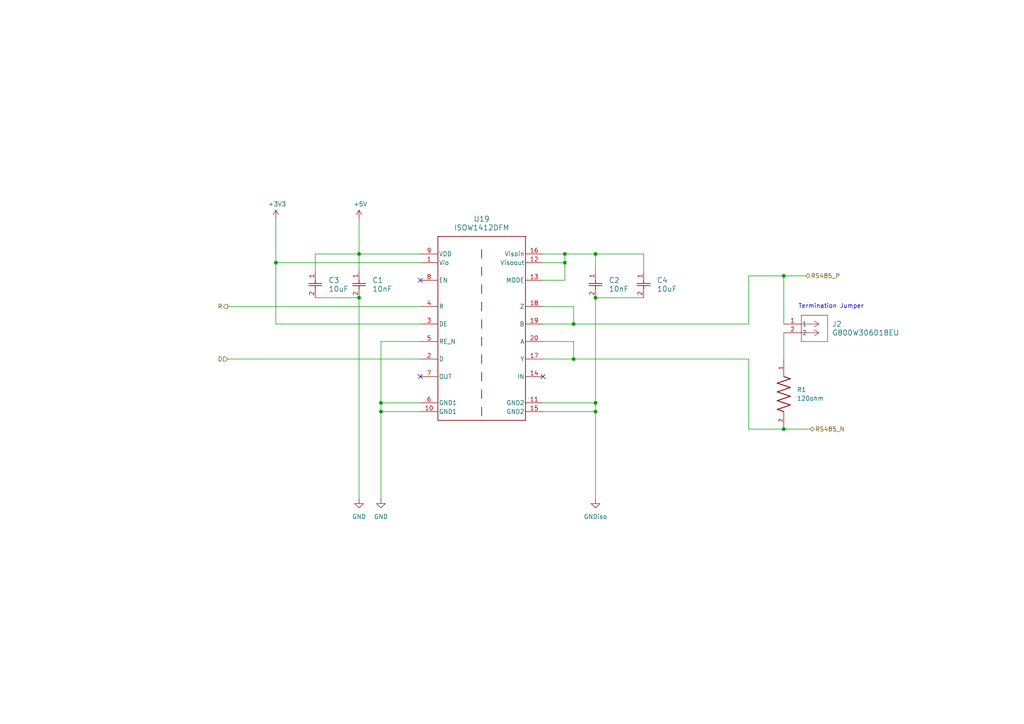
<source format=kicad_sch>
(kicad_sch
	(version 20231120)
	(generator "eeschema")
	(generator_version "8.0")
	(uuid "00fa7251-4b33-40c4-8f66-99539e7c96a2")
	(paper "A4")
	(lib_symbols
		(symbol "2024-08-22_04-22-29:ISOW1412DFM"
			(pin_names
				(offset 0.254)
			)
			(exclude_from_sim no)
			(in_bom yes)
			(on_board yes)
			(property "Reference" "U"
				(at 0 2.54 0)
				(effects
					(font
						(size 1.524 1.524)
					)
				)
			)
			(property "Value" "ISOW1412DFM"
				(at 0 0 0)
				(effects
					(font
						(size 1.524 1.524)
					)
				)
			)
			(property "Footprint" "DFM0020A-IPC_A"
				(at 0 0 0)
				(effects
					(font
						(size 1.27 1.27)
						(italic yes)
					)
					(hide yes)
				)
			)
			(property "Datasheet" "ISOW1412DFM"
				(at 0 0 0)
				(effects
					(font
						(size 1.27 1.27)
						(italic yes)
					)
					(hide yes)
				)
			)
			(property "Description" ""
				(at 0 0 0)
				(effects
					(font
						(size 1.27 1.27)
					)
					(hide yes)
				)
			)
			(property "ki_locked" ""
				(at 0 0 0)
				(effects
					(font
						(size 1.27 1.27)
					)
				)
			)
			(property "ki_keywords" "ISOW1412DFM"
				(at 0 0 0)
				(effects
					(font
						(size 1.27 1.27)
					)
					(hide yes)
				)
			)
			(property "ki_fp_filters" "DFM0020A-IPC_A DFM0020A-IPC_B DFM0020A-IPC_C DFM0020A-MFG"
				(at 0 0 0)
				(effects
					(font
						(size 1.27 1.27)
					)
					(hide yes)
				)
			)
			(symbol "ISOW1412DFM_0_1"
				(polyline
					(pts
						(xy 5.08 -48.26) (xy 30.48 -48.26)
					)
					(stroke
						(width 0.2032)
						(type default)
					)
					(fill
						(type none)
					)
				)
				(polyline
					(pts
						(xy 5.08 5.08) (xy 5.08 -48.26)
					)
					(stroke
						(width 0.2032)
						(type default)
					)
					(fill
						(type none)
					)
				)
				(polyline
					(pts
						(xy 17.78 -44.45) (xy 17.78 -46.99)
					)
					(stroke
						(width 0.2032)
						(type default)
					)
					(fill
						(type none)
					)
				)
				(polyline
					(pts
						(xy 17.78 -39.37) (xy 17.78 -41.91)
					)
					(stroke
						(width 0.2032)
						(type default)
					)
					(fill
						(type none)
					)
				)
				(polyline
					(pts
						(xy 17.78 -36.83) (xy 17.78 -34.29)
					)
					(stroke
						(width 0.2032)
						(type default)
					)
					(fill
						(type none)
					)
				)
				(polyline
					(pts
						(xy 17.78 -29.21) (xy 17.78 -31.75)
					)
					(stroke
						(width 0.2032)
						(type default)
					)
					(fill
						(type none)
					)
				)
				(polyline
					(pts
						(xy 17.78 -24.13) (xy 17.78 -26.67)
					)
					(stroke
						(width 0.2032)
						(type default)
					)
					(fill
						(type none)
					)
				)
				(polyline
					(pts
						(xy 17.78 -19.05) (xy 17.78 -21.59)
					)
					(stroke
						(width 0.2032)
						(type default)
					)
					(fill
						(type none)
					)
				)
				(polyline
					(pts
						(xy 17.78 -13.97) (xy 17.78 -16.51)
					)
					(stroke
						(width 0.2032)
						(type default)
					)
					(fill
						(type none)
					)
				)
				(polyline
					(pts
						(xy 17.78 -8.89) (xy 17.78 -11.43)
					)
					(stroke
						(width 0.2032)
						(type default)
					)
					(fill
						(type none)
					)
				)
				(polyline
					(pts
						(xy 17.78 -3.81) (xy 17.78 -6.35)
					)
					(stroke
						(width 0.2032)
						(type default)
					)
					(fill
						(type none)
					)
				)
				(polyline
					(pts
						(xy 17.78 1.27) (xy 17.78 -1.27)
					)
					(stroke
						(width 0.2032)
						(type default)
					)
					(fill
						(type none)
					)
				)
				(polyline
					(pts
						(xy 30.48 -48.26) (xy 30.48 5.08)
					)
					(stroke
						(width 0.2032)
						(type default)
					)
					(fill
						(type none)
					)
				)
				(polyline
					(pts
						(xy 30.48 5.08) (xy 5.08 5.08)
					)
					(stroke
						(width 0.2032)
						(type default)
					)
					(fill
						(type none)
					)
				)
				(pin power_in line
					(at 0 -2.54 0)
					(length 5.08)
					(name "Vio"
						(effects
							(font
								(size 1.27 1.27)
							)
						)
					)
					(number "1"
						(effects
							(font
								(size 1.27 1.27)
							)
						)
					)
				)
				(pin power_in line
					(at 0 -45.72 0)
					(length 5.08)
					(name "GND1"
						(effects
							(font
								(size 1.27 1.27)
							)
						)
					)
					(number "10"
						(effects
							(font
								(size 1.27 1.27)
							)
						)
					)
				)
				(pin power_in line
					(at 35.56 -43.18 180)
					(length 5.08)
					(name "GND2"
						(effects
							(font
								(size 1.27 1.27)
							)
						)
					)
					(number "11"
						(effects
							(font
								(size 1.27 1.27)
							)
						)
					)
				)
				(pin power_in line
					(at 35.56 -2.54 180)
					(length 5.08)
					(name "Visoout"
						(effects
							(font
								(size 1.27 1.27)
							)
						)
					)
					(number "12"
						(effects
							(font
								(size 1.27 1.27)
							)
						)
					)
				)
				(pin input line
					(at 35.56 -7.62 180)
					(length 5.08)
					(name "MODE"
						(effects
							(font
								(size 1.27 1.27)
							)
						)
					)
					(number "13"
						(effects
							(font
								(size 1.27 1.27)
							)
						)
					)
				)
				(pin input line
					(at 35.56 -35.56 180)
					(length 5.08)
					(name "IN"
						(effects
							(font
								(size 1.27 1.27)
							)
						)
					)
					(number "14"
						(effects
							(font
								(size 1.27 1.27)
							)
						)
					)
				)
				(pin power_in line
					(at 35.56 -45.72 180)
					(length 5.08)
					(name "GND2"
						(effects
							(font
								(size 1.27 1.27)
							)
						)
					)
					(number "15"
						(effects
							(font
								(size 1.27 1.27)
							)
						)
					)
				)
				(pin power_in line
					(at 35.56 0 180)
					(length 5.08)
					(name "Visoin"
						(effects
							(font
								(size 1.27 1.27)
							)
						)
					)
					(number "16"
						(effects
							(font
								(size 1.27 1.27)
							)
						)
					)
				)
				(pin output line
					(at 35.56 -30.48 180)
					(length 5.08)
					(name "Y"
						(effects
							(font
								(size 1.27 1.27)
							)
						)
					)
					(number "17"
						(effects
							(font
								(size 1.27 1.27)
							)
						)
					)
				)
				(pin output line
					(at 35.56 -15.24 180)
					(length 5.08)
					(name "Z"
						(effects
							(font
								(size 1.27 1.27)
							)
						)
					)
					(number "18"
						(effects
							(font
								(size 1.27 1.27)
							)
						)
					)
				)
				(pin input line
					(at 35.56 -20.32 180)
					(length 5.08)
					(name "B"
						(effects
							(font
								(size 1.27 1.27)
							)
						)
					)
					(number "19"
						(effects
							(font
								(size 1.27 1.27)
							)
						)
					)
				)
				(pin input line
					(at 0 -30.48 0)
					(length 5.08)
					(name "D"
						(effects
							(font
								(size 1.27 1.27)
							)
						)
					)
					(number "2"
						(effects
							(font
								(size 1.27 1.27)
							)
						)
					)
				)
				(pin input line
					(at 35.56 -25.4 180)
					(length 5.08)
					(name "A"
						(effects
							(font
								(size 1.27 1.27)
							)
						)
					)
					(number "20"
						(effects
							(font
								(size 1.27 1.27)
							)
						)
					)
				)
				(pin input line
					(at 0 -20.32 0)
					(length 5.08)
					(name "DE"
						(effects
							(font
								(size 1.27 1.27)
							)
						)
					)
					(number "3"
						(effects
							(font
								(size 1.27 1.27)
							)
						)
					)
				)
				(pin output line
					(at 0 -15.24 0)
					(length 5.08)
					(name "R"
						(effects
							(font
								(size 1.27 1.27)
							)
						)
					)
					(number "4"
						(effects
							(font
								(size 1.27 1.27)
							)
						)
					)
				)
				(pin input line
					(at 0 -25.4 0)
					(length 5.08)
					(name "RE_N"
						(effects
							(font
								(size 1.27 1.27)
							)
						)
					)
					(number "5"
						(effects
							(font
								(size 1.27 1.27)
							)
						)
					)
				)
				(pin power_in line
					(at 0 -43.18 0)
					(length 5.08)
					(name "GND1"
						(effects
							(font
								(size 1.27 1.27)
							)
						)
					)
					(number "6"
						(effects
							(font
								(size 1.27 1.27)
							)
						)
					)
				)
				(pin output line
					(at 0 -35.56 0)
					(length 5.08)
					(name "OUT"
						(effects
							(font
								(size 1.27 1.27)
							)
						)
					)
					(number "7"
						(effects
							(font
								(size 1.27 1.27)
							)
						)
					)
				)
				(pin input line
					(at 0 -7.62 0)
					(length 5.08)
					(name "EN"
						(effects
							(font
								(size 1.27 1.27)
							)
						)
					)
					(number "8"
						(effects
							(font
								(size 1.27 1.27)
							)
						)
					)
				)
				(pin power_in line
					(at 0 0 0)
					(length 5.08)
					(name "VDD"
						(effects
							(font
								(size 1.27 1.27)
							)
						)
					)
					(number "9"
						(effects
							(font
								(size 1.27 1.27)
							)
						)
					)
				)
			)
		)
		(symbol "2024-08-22_05-01-27:C0402C103K3REC7411"
			(pin_names
				(offset 0.254)
			)
			(exclude_from_sim no)
			(in_bom yes)
			(on_board yes)
			(property "Reference" "C"
				(at 3.81 3.81 0)
				(effects
					(font
						(size 1.524 1.524)
					)
				)
			)
			(property "Value" "C0402C103K3REC7411"
				(at 3.81 -3.81 0)
				(effects
					(font
						(size 1.524 1.524)
					)
				)
			)
			(property "Footprint" "CAPC10555_55N_KEM"
				(at 0 0 0)
				(effects
					(font
						(size 1.27 1.27)
						(italic yes)
					)
					(hide yes)
				)
			)
			(property "Datasheet" "C0402C103K3REC7411"
				(at 0 0 0)
				(effects
					(font
						(size 1.27 1.27)
						(italic yes)
					)
					(hide yes)
				)
			)
			(property "Description" ""
				(at 0 0 0)
				(effects
					(font
						(size 1.27 1.27)
					)
					(hide yes)
				)
			)
			(property "ki_locked" ""
				(at 0 0 0)
				(effects
					(font
						(size 1.27 1.27)
					)
				)
			)
			(property "ki_keywords" "C0402C103K3REC7411"
				(at 0 0 0)
				(effects
					(font
						(size 1.27 1.27)
					)
					(hide yes)
				)
			)
			(property "ki_fp_filters" "CAPC10555_55N_KEM CAPC10555_55N_KEM-M CAPC10555_55N_KEM-L"
				(at 0 0 0)
				(effects
					(font
						(size 1.27 1.27)
					)
					(hide yes)
				)
			)
			(symbol "C0402C103K3REC7411_1_1"
				(polyline
					(pts
						(xy 2.54 0) (xy 3.4798 0)
					)
					(stroke
						(width 0.2032)
						(type default)
					)
					(fill
						(type none)
					)
				)
				(polyline
					(pts
						(xy 3.4798 -1.905) (xy 3.4798 1.905)
					)
					(stroke
						(width 0.2032)
						(type default)
					)
					(fill
						(type none)
					)
				)
				(polyline
					(pts
						(xy 4.1148 -1.905) (xy 4.1148 1.905)
					)
					(stroke
						(width 0.2032)
						(type default)
					)
					(fill
						(type none)
					)
				)
				(polyline
					(pts
						(xy 4.1148 0) (xy 5.08 0)
					)
					(stroke
						(width 0.2032)
						(type default)
					)
					(fill
						(type none)
					)
				)
				(pin unspecified line
					(at 0 0 0)
					(length 2.54)
					(name ""
						(effects
							(font
								(size 1.27 1.27)
							)
						)
					)
					(number "1"
						(effects
							(font
								(size 1.27 1.27)
							)
						)
					)
				)
				(pin unspecified line
					(at 7.62 0 180)
					(length 2.54)
					(name ""
						(effects
							(font
								(size 1.27 1.27)
							)
						)
					)
					(number "2"
						(effects
							(font
								(size 1.27 1.27)
							)
						)
					)
				)
			)
			(symbol "C0402C103K3REC7411_1_2"
				(polyline
					(pts
						(xy -1.905 -4.1148) (xy 1.905 -4.1148)
					)
					(stroke
						(width 0.2032)
						(type default)
					)
					(fill
						(type none)
					)
				)
				(polyline
					(pts
						(xy -1.905 -3.4798) (xy 1.905 -3.4798)
					)
					(stroke
						(width 0.2032)
						(type default)
					)
					(fill
						(type none)
					)
				)
				(polyline
					(pts
						(xy 0 -4.1148) (xy 0 -5.08)
					)
					(stroke
						(width 0.2032)
						(type default)
					)
					(fill
						(type none)
					)
				)
				(polyline
					(pts
						(xy 0 -2.54) (xy 0 -3.4798)
					)
					(stroke
						(width 0.2032)
						(type default)
					)
					(fill
						(type none)
					)
				)
				(pin unspecified line
					(at 0 0 270)
					(length 2.54)
					(name ""
						(effects
							(font
								(size 1.27 1.27)
							)
						)
					)
					(number "1"
						(effects
							(font
								(size 1.27 1.27)
							)
						)
					)
				)
				(pin unspecified line
					(at 0 -7.62 90)
					(length 2.54)
					(name ""
						(effects
							(font
								(size 1.27 1.27)
							)
						)
					)
					(number "2"
						(effects
							(font
								(size 1.27 1.27)
							)
						)
					)
				)
			)
		)
		(symbol "2024-08-22_05-16-03:GRM155R61A106ME11D"
			(pin_names
				(offset 0.254)
			)
			(exclude_from_sim no)
			(in_bom yes)
			(on_board yes)
			(property "Reference" "C"
				(at 3.81 3.81 0)
				(effects
					(font
						(size 1.524 1.524)
					)
				)
			)
			(property "Value" "GRM155R61A106ME11D"
				(at 3.81 -3.81 0)
				(effects
					(font
						(size 1.524 1.524)
					)
				)
			)
			(property "Footprint" "CAP_GRM155R61A106ME11_MUR"
				(at 0 0 0)
				(effects
					(font
						(size 1.27 1.27)
						(italic yes)
					)
					(hide yes)
				)
			)
			(property "Datasheet" "GRM155R61A106ME11D"
				(at 0 0 0)
				(effects
					(font
						(size 1.27 1.27)
						(italic yes)
					)
					(hide yes)
				)
			)
			(property "Description" ""
				(at 0 0 0)
				(effects
					(font
						(size 1.27 1.27)
					)
					(hide yes)
				)
			)
			(property "ki_locked" ""
				(at 0 0 0)
				(effects
					(font
						(size 1.27 1.27)
					)
				)
			)
			(property "ki_keywords" "GRM155R61A106ME11D"
				(at 0 0 0)
				(effects
					(font
						(size 1.27 1.27)
					)
					(hide yes)
				)
			)
			(property "ki_fp_filters" "CAP_GRM155R61A106ME11_MUR CAP_GRM155R61A106ME11_MUR-M CAP_GRM155R61A106ME11_MUR-L"
				(at 0 0 0)
				(effects
					(font
						(size 1.27 1.27)
					)
					(hide yes)
				)
			)
			(symbol "GRM155R61A106ME11D_1_1"
				(polyline
					(pts
						(xy 2.54 0) (xy 3.4798 0)
					)
					(stroke
						(width 0.2032)
						(type default)
					)
					(fill
						(type none)
					)
				)
				(polyline
					(pts
						(xy 3.4798 -1.905) (xy 3.4798 1.905)
					)
					(stroke
						(width 0.2032)
						(type default)
					)
					(fill
						(type none)
					)
				)
				(polyline
					(pts
						(xy 4.1148 -1.905) (xy 4.1148 1.905)
					)
					(stroke
						(width 0.2032)
						(type default)
					)
					(fill
						(type none)
					)
				)
				(polyline
					(pts
						(xy 4.1148 0) (xy 5.08 0)
					)
					(stroke
						(width 0.2032)
						(type default)
					)
					(fill
						(type none)
					)
				)
				(pin unspecified line
					(at 0 0 0)
					(length 2.54)
					(name ""
						(effects
							(font
								(size 1.27 1.27)
							)
						)
					)
					(number "1"
						(effects
							(font
								(size 1.27 1.27)
							)
						)
					)
				)
				(pin unspecified line
					(at 7.62 0 180)
					(length 2.54)
					(name ""
						(effects
							(font
								(size 1.27 1.27)
							)
						)
					)
					(number "2"
						(effects
							(font
								(size 1.27 1.27)
							)
						)
					)
				)
			)
			(symbol "GRM155R61A106ME11D_1_2"
				(polyline
					(pts
						(xy -1.905 -4.1148) (xy 1.905 -4.1148)
					)
					(stroke
						(width 0.2032)
						(type default)
					)
					(fill
						(type none)
					)
				)
				(polyline
					(pts
						(xy -1.905 -3.4798) (xy 1.905 -3.4798)
					)
					(stroke
						(width 0.2032)
						(type default)
					)
					(fill
						(type none)
					)
				)
				(polyline
					(pts
						(xy 0 -4.1148) (xy 0 -5.08)
					)
					(stroke
						(width 0.2032)
						(type default)
					)
					(fill
						(type none)
					)
				)
				(polyline
					(pts
						(xy 0 -2.54) (xy 0 -3.4798)
					)
					(stroke
						(width 0.2032)
						(type default)
					)
					(fill
						(type none)
					)
				)
				(pin unspecified line
					(at 0 0 270)
					(length 2.54)
					(name ""
						(effects
							(font
								(size 1.27 1.27)
							)
						)
					)
					(number "1"
						(effects
							(font
								(size 1.27 1.27)
							)
						)
					)
				)
				(pin unspecified line
					(at 0 -7.62 90)
					(length 2.54)
					(name ""
						(effects
							(font
								(size 1.27 1.27)
							)
						)
					)
					(number "2"
						(effects
							(font
								(size 1.27 1.27)
							)
						)
					)
				)
			)
		)
		(symbol "2024-08-22_05-32-38:G800W306018EU"
			(pin_names
				(offset 0.254)
			)
			(exclude_from_sim no)
			(in_bom yes)
			(on_board yes)
			(property "Reference" "J"
				(at 8.89 6.35 0)
				(effects
					(font
						(size 1.524 1.524)
					)
				)
			)
			(property "Value" "G800W306018EU"
				(at 0 0 0)
				(effects
					(font
						(size 1.524 1.524)
					)
				)
			)
			(property "Footprint" "CONN02_G800_5P08X2P5_AMP"
				(at 0 0 0)
				(effects
					(font
						(size 1.27 1.27)
						(italic yes)
					)
					(hide yes)
				)
			)
			(property "Datasheet" "G800W306018EU"
				(at 0 0 0)
				(effects
					(font
						(size 1.27 1.27)
						(italic yes)
					)
					(hide yes)
				)
			)
			(property "Description" ""
				(at 0 0 0)
				(effects
					(font
						(size 1.27 1.27)
					)
					(hide yes)
				)
			)
			(property "ki_locked" ""
				(at 0 0 0)
				(effects
					(font
						(size 1.27 1.27)
					)
				)
			)
			(property "ki_keywords" "G800W306018EU"
				(at 0 0 0)
				(effects
					(font
						(size 1.27 1.27)
					)
					(hide yes)
				)
			)
			(property "ki_fp_filters" "CONN02_G800_5P08X2P5_AMP"
				(at 0 0 0)
				(effects
					(font
						(size 1.27 1.27)
					)
					(hide yes)
				)
			)
			(symbol "G800W306018EU_1_1"
				(polyline
					(pts
						(xy 5.08 -5.08) (xy 12.7 -5.08)
					)
					(stroke
						(width 0.127)
						(type default)
					)
					(fill
						(type none)
					)
				)
				(polyline
					(pts
						(xy 5.08 2.54) (xy 5.08 -5.08)
					)
					(stroke
						(width 0.127)
						(type default)
					)
					(fill
						(type none)
					)
				)
				(polyline
					(pts
						(xy 10.16 -2.54) (xy 5.08 -2.54)
					)
					(stroke
						(width 0.127)
						(type default)
					)
					(fill
						(type none)
					)
				)
				(polyline
					(pts
						(xy 10.16 -2.54) (xy 8.89 -3.3867)
					)
					(stroke
						(width 0.127)
						(type default)
					)
					(fill
						(type none)
					)
				)
				(polyline
					(pts
						(xy 10.16 -2.54) (xy 8.89 -1.6933)
					)
					(stroke
						(width 0.127)
						(type default)
					)
					(fill
						(type none)
					)
				)
				(polyline
					(pts
						(xy 10.16 0) (xy 5.08 0)
					)
					(stroke
						(width 0.127)
						(type default)
					)
					(fill
						(type none)
					)
				)
				(polyline
					(pts
						(xy 10.16 0) (xy 8.89 -0.8467)
					)
					(stroke
						(width 0.127)
						(type default)
					)
					(fill
						(type none)
					)
				)
				(polyline
					(pts
						(xy 10.16 0) (xy 8.89 0.8467)
					)
					(stroke
						(width 0.127)
						(type default)
					)
					(fill
						(type none)
					)
				)
				(polyline
					(pts
						(xy 12.7 -5.08) (xy 12.7 2.54)
					)
					(stroke
						(width 0.127)
						(type default)
					)
					(fill
						(type none)
					)
				)
				(polyline
					(pts
						(xy 12.7 2.54) (xy 5.08 2.54)
					)
					(stroke
						(width 0.127)
						(type default)
					)
					(fill
						(type none)
					)
				)
				(pin unspecified line
					(at 0 0 0)
					(length 5.08)
					(name "1"
						(effects
							(font
								(size 1.27 1.27)
							)
						)
					)
					(number "1"
						(effects
							(font
								(size 1.27 1.27)
							)
						)
					)
				)
				(pin unspecified line
					(at 0 -2.54 0)
					(length 5.08)
					(name "2"
						(effects
							(font
								(size 1.27 1.27)
							)
						)
					)
					(number "2"
						(effects
							(font
								(size 1.27 1.27)
							)
						)
					)
				)
			)
			(symbol "G800W306018EU_1_2"
				(polyline
					(pts
						(xy 5.08 -5.08) (xy 12.7 -5.08)
					)
					(stroke
						(width 0.127)
						(type default)
					)
					(fill
						(type none)
					)
				)
				(polyline
					(pts
						(xy 5.08 2.54) (xy 5.08 -5.08)
					)
					(stroke
						(width 0.127)
						(type default)
					)
					(fill
						(type none)
					)
				)
				(polyline
					(pts
						(xy 7.62 -2.54) (xy 5.08 -2.54)
					)
					(stroke
						(width 0.127)
						(type default)
					)
					(fill
						(type none)
					)
				)
				(polyline
					(pts
						(xy 7.62 -2.54) (xy 8.89 -3.3867)
					)
					(stroke
						(width 0.127)
						(type default)
					)
					(fill
						(type none)
					)
				)
				(polyline
					(pts
						(xy 7.62 -2.54) (xy 8.89 -1.6933)
					)
					(stroke
						(width 0.127)
						(type default)
					)
					(fill
						(type none)
					)
				)
				(polyline
					(pts
						(xy 7.62 0) (xy 5.08 0)
					)
					(stroke
						(width 0.127)
						(type default)
					)
					(fill
						(type none)
					)
				)
				(polyline
					(pts
						(xy 7.62 0) (xy 8.89 -0.8467)
					)
					(stroke
						(width 0.127)
						(type default)
					)
					(fill
						(type none)
					)
				)
				(polyline
					(pts
						(xy 7.62 0) (xy 8.89 0.8467)
					)
					(stroke
						(width 0.127)
						(type default)
					)
					(fill
						(type none)
					)
				)
				(polyline
					(pts
						(xy 12.7 -5.08) (xy 12.7 2.54)
					)
					(stroke
						(width 0.127)
						(type default)
					)
					(fill
						(type none)
					)
				)
				(polyline
					(pts
						(xy 12.7 2.54) (xy 5.08 2.54)
					)
					(stroke
						(width 0.127)
						(type default)
					)
					(fill
						(type none)
					)
				)
				(pin unspecified line
					(at 0 0 0)
					(length 5.08)
					(name "1"
						(effects
							(font
								(size 1.27 1.27)
							)
						)
					)
					(number "1"
						(effects
							(font
								(size 1.27 1.27)
							)
						)
					)
				)
				(pin unspecified line
					(at 0 -2.54 0)
					(length 5.08)
					(name "2"
						(effects
							(font
								(size 1.27 1.27)
							)
						)
					)
					(number "2"
						(effects
							(font
								(size 1.27 1.27)
							)
						)
					)
				)
			)
		)
		(symbol "ERJPA2F1200X:ERJPA2F1200X"
			(pin_names
				(offset 1.016)
			)
			(exclude_from_sim no)
			(in_bom yes)
			(on_board yes)
			(property "Reference" "R"
				(at -7.624 2.541 0)
				(effects
					(font
						(size 1.27 1.27)
					)
					(justify left bottom)
				)
			)
			(property "Value" "ERJPA2F1200X"
				(at -7.624 -5.087 0)
				(effects
					(font
						(size 1.27 1.27)
					)
					(justify left top)
				)
			)
			(property "Footprint" "ERJPA2F1200X:RES_ERJPA2F1200X"
				(at 0 0 0)
				(effects
					(font
						(size 1.27 1.27)
					)
					(justify bottom)
					(hide yes)
				)
			)
			(property "Datasheet" ""
				(at 0 0 0)
				(effects
					(font
						(size 1.27 1.27)
					)
					(hide yes)
				)
			)
			(property "Description" ""
				(at 0 0 0)
				(effects
					(font
						(size 1.27 1.27)
					)
					(hide yes)
				)
			)
			(property "PARTREV" "3/1/2020"
				(at 0 0 0)
				(effects
					(font
						(size 1.27 1.27)
					)
					(justify bottom)
					(hide yes)
				)
			)
			(property "STANDARD" "Manufacturer Recommendations"
				(at 0 0 0)
				(effects
					(font
						(size 1.27 1.27)
					)
					(justify bottom)
					(hide yes)
				)
			)
			(property "MAXIMUM_PACKAGE_HEIGHT" "0.35 mm"
				(at 0 0 0)
				(effects
					(font
						(size 1.27 1.27)
					)
					(justify bottom)
					(hide yes)
				)
			)
			(property "MANUFACTURER" "Panasonic"
				(at 0 0 0)
				(effects
					(font
						(size 1.27 1.27)
					)
					(justify bottom)
					(hide yes)
				)
			)
			(symbol "ERJPA2F1200X_0_0"
				(polyline
					(pts
						(xy -5.08 0) (xy -4.445 1.905)
					)
					(stroke
						(width 0.254)
						(type default)
					)
					(fill
						(type none)
					)
				)
				(polyline
					(pts
						(xy -4.445 1.905) (xy -3.175 -1.905)
					)
					(stroke
						(width 0.254)
						(type default)
					)
					(fill
						(type none)
					)
				)
				(polyline
					(pts
						(xy -3.175 -1.905) (xy -1.905 1.905)
					)
					(stroke
						(width 0.254)
						(type default)
					)
					(fill
						(type none)
					)
				)
				(polyline
					(pts
						(xy -1.905 1.905) (xy -0.635 -1.905)
					)
					(stroke
						(width 0.254)
						(type default)
					)
					(fill
						(type none)
					)
				)
				(polyline
					(pts
						(xy -0.635 -1.905) (xy 0.635 1.905)
					)
					(stroke
						(width 0.254)
						(type default)
					)
					(fill
						(type none)
					)
				)
				(polyline
					(pts
						(xy 0.635 1.905) (xy 1.905 -1.905)
					)
					(stroke
						(width 0.254)
						(type default)
					)
					(fill
						(type none)
					)
				)
				(polyline
					(pts
						(xy 1.905 -1.905) (xy 3.175 1.905)
					)
					(stroke
						(width 0.254)
						(type default)
					)
					(fill
						(type none)
					)
				)
				(polyline
					(pts
						(xy 3.175 1.905) (xy 4.445 -1.905)
					)
					(stroke
						(width 0.254)
						(type default)
					)
					(fill
						(type none)
					)
				)
				(polyline
					(pts
						(xy 4.445 -1.905) (xy 5.08 0)
					)
					(stroke
						(width 0.254)
						(type default)
					)
					(fill
						(type none)
					)
				)
				(pin passive line
					(at -10.16 0 0)
					(length 5.08)
					(name "~"
						(effects
							(font
								(size 1.016 1.016)
							)
						)
					)
					(number "1"
						(effects
							(font
								(size 1.016 1.016)
							)
						)
					)
				)
				(pin passive line
					(at 10.16 0 180)
					(length 5.08)
					(name "~"
						(effects
							(font
								(size 1.016 1.016)
							)
						)
					)
					(number "2"
						(effects
							(font
								(size 1.016 1.016)
							)
						)
					)
				)
			)
		)
		(symbol "power:+3.3V"
			(power)
			(pin_names
				(offset 0)
			)
			(exclude_from_sim no)
			(in_bom yes)
			(on_board yes)
			(property "Reference" "#PWR"
				(at 0 -3.81 0)
				(effects
					(font
						(size 1.27 1.27)
					)
					(hide yes)
				)
			)
			(property "Value" "+3.3V"
				(at 0 3.556 0)
				(effects
					(font
						(size 1.27 1.27)
					)
				)
			)
			(property "Footprint" ""
				(at 0 0 0)
				(effects
					(font
						(size 1.27 1.27)
					)
					(hide yes)
				)
			)
			(property "Datasheet" ""
				(at 0 0 0)
				(effects
					(font
						(size 1.27 1.27)
					)
					(hide yes)
				)
			)
			(property "Description" "Power symbol creates a global label with name \"+3.3V\""
				(at 0 0 0)
				(effects
					(font
						(size 1.27 1.27)
					)
					(hide yes)
				)
			)
			(property "ki_keywords" "power-flag"
				(at 0 0 0)
				(effects
					(font
						(size 1.27 1.27)
					)
					(hide yes)
				)
			)
			(symbol "+3.3V_0_1"
				(polyline
					(pts
						(xy -0.762 1.27) (xy 0 2.54)
					)
					(stroke
						(width 0)
						(type default)
					)
					(fill
						(type none)
					)
				)
				(polyline
					(pts
						(xy 0 0) (xy 0 2.54)
					)
					(stroke
						(width 0)
						(type default)
					)
					(fill
						(type none)
					)
				)
				(polyline
					(pts
						(xy 0 2.54) (xy 0.762 1.27)
					)
					(stroke
						(width 0)
						(type default)
					)
					(fill
						(type none)
					)
				)
			)
			(symbol "+3.3V_1_1"
				(pin power_in line
					(at 0 0 90)
					(length 0) hide
					(name "+3V3"
						(effects
							(font
								(size 1.27 1.27)
							)
						)
					)
					(number "1"
						(effects
							(font
								(size 1.27 1.27)
							)
						)
					)
				)
			)
		)
		(symbol "power:+5V"
			(power)
			(pin_names
				(offset 0)
			)
			(exclude_from_sim no)
			(in_bom yes)
			(on_board yes)
			(property "Reference" "#PWR"
				(at 0 -3.81 0)
				(effects
					(font
						(size 1.27 1.27)
					)
					(hide yes)
				)
			)
			(property "Value" "+5V"
				(at 0 3.556 0)
				(effects
					(font
						(size 1.27 1.27)
					)
				)
			)
			(property "Footprint" ""
				(at 0 0 0)
				(effects
					(font
						(size 1.27 1.27)
					)
					(hide yes)
				)
			)
			(property "Datasheet" ""
				(at 0 0 0)
				(effects
					(font
						(size 1.27 1.27)
					)
					(hide yes)
				)
			)
			(property "Description" "Power symbol creates a global label with name \"+5V\""
				(at 0 0 0)
				(effects
					(font
						(size 1.27 1.27)
					)
					(hide yes)
				)
			)
			(property "ki_keywords" "power-flag"
				(at 0 0 0)
				(effects
					(font
						(size 1.27 1.27)
					)
					(hide yes)
				)
			)
			(symbol "+5V_0_1"
				(polyline
					(pts
						(xy -0.762 1.27) (xy 0 2.54)
					)
					(stroke
						(width 0)
						(type default)
					)
					(fill
						(type none)
					)
				)
				(polyline
					(pts
						(xy 0 0) (xy 0 2.54)
					)
					(stroke
						(width 0)
						(type default)
					)
					(fill
						(type none)
					)
				)
				(polyline
					(pts
						(xy 0 2.54) (xy 0.762 1.27)
					)
					(stroke
						(width 0)
						(type default)
					)
					(fill
						(type none)
					)
				)
			)
			(symbol "+5V_1_1"
				(pin power_in line
					(at 0 0 90)
					(length 0) hide
					(name "+5V"
						(effects
							(font
								(size 1.27 1.27)
							)
						)
					)
					(number "1"
						(effects
							(font
								(size 1.27 1.27)
							)
						)
					)
				)
			)
		)
		(symbol "power:GND"
			(power)
			(pin_numbers hide)
			(pin_names
				(offset 0) hide)
			(exclude_from_sim no)
			(in_bom yes)
			(on_board yes)
			(property "Reference" "#PWR"
				(at 0 -6.35 0)
				(effects
					(font
						(size 1.27 1.27)
					)
					(hide yes)
				)
			)
			(property "Value" "GND"
				(at 0 -3.81 0)
				(effects
					(font
						(size 1.27 1.27)
					)
				)
			)
			(property "Footprint" ""
				(at 0 0 0)
				(effects
					(font
						(size 1.27 1.27)
					)
					(hide yes)
				)
			)
			(property "Datasheet" ""
				(at 0 0 0)
				(effects
					(font
						(size 1.27 1.27)
					)
					(hide yes)
				)
			)
			(property "Description" "Power symbol creates a global label with name \"GND\" , ground"
				(at 0 0 0)
				(effects
					(font
						(size 1.27 1.27)
					)
					(hide yes)
				)
			)
			(property "ki_keywords" "global power"
				(at 0 0 0)
				(effects
					(font
						(size 1.27 1.27)
					)
					(hide yes)
				)
			)
			(symbol "GND_0_1"
				(polyline
					(pts
						(xy 0 0) (xy 0 -1.27) (xy 1.27 -1.27) (xy 0 -2.54) (xy -1.27 -1.27) (xy 0 -1.27)
					)
					(stroke
						(width 0)
						(type default)
					)
					(fill
						(type none)
					)
				)
			)
			(symbol "GND_1_1"
				(pin power_in line
					(at 0 0 270)
					(length 0)
					(name "~"
						(effects
							(font
								(size 1.27 1.27)
							)
						)
					)
					(number "1"
						(effects
							(font
								(size 1.27 1.27)
							)
						)
					)
				)
			)
		)
	)
	(junction
		(at 172.72 73.66)
		(diameter 0)
		(color 0 0 0 0)
		(uuid "20a8e7ef-4dc0-4f6d-92e7-5653f383ce81")
	)
	(junction
		(at 163.83 73.66)
		(diameter 0)
		(color 0 0 0 0)
		(uuid "23cb03a4-6db4-4d6c-9c06-e1a7460ce78e")
	)
	(junction
		(at 227.33 124.46)
		(diameter 0)
		(color 0 0 0 0)
		(uuid "399e0143-5942-4f44-8dbe-5b8b63996067")
	)
	(junction
		(at 227.33 80.01)
		(diameter 0)
		(color 0 0 0 0)
		(uuid "3c93b056-a091-49fa-b4ed-717a85efac14")
	)
	(junction
		(at 110.49 116.84)
		(diameter 0)
		(color 0 0 0 0)
		(uuid "3d03a144-e80e-4f56-b6f6-05630dbd753e")
	)
	(junction
		(at 104.14 73.66)
		(diameter 0)
		(color 0 0 0 0)
		(uuid "3ef57ea5-19f1-4653-b523-2417196ef50e")
	)
	(junction
		(at 80.01 76.2)
		(diameter 0)
		(color 0 0 0 0)
		(uuid "41eccbe0-82f4-4bb6-8a56-99c675a53ec5")
	)
	(junction
		(at 172.72 119.38)
		(diameter 0)
		(color 0 0 0 0)
		(uuid "4ccf165d-ce7a-44b2-9828-202100c4b891")
	)
	(junction
		(at 163.83 76.2)
		(diameter 0)
		(color 0 0 0 0)
		(uuid "5a195bda-3e2b-4845-a439-92b782bf4407")
	)
	(junction
		(at 166.37 104.14)
		(diameter 0)
		(color 0 0 0 0)
		(uuid "8342c102-7c7c-421f-ac05-be3e3099b966")
	)
	(junction
		(at 166.37 93.98)
		(diameter 0)
		(color 0 0 0 0)
		(uuid "894a85ca-93e5-4418-bea0-5120361091f7")
	)
	(junction
		(at 172.72 86.36)
		(diameter 0)
		(color 0 0 0 0)
		(uuid "c9c2d5ce-5731-4772-b15d-4666fbbbce33")
	)
	(junction
		(at 172.72 116.84)
		(diameter 0)
		(color 0 0 0 0)
		(uuid "d3c9c489-4ffa-40d6-ae24-3cc64df9f9d3")
	)
	(junction
		(at 104.14 86.36)
		(diameter 0)
		(color 0 0 0 0)
		(uuid "df06e163-0517-491e-a993-ee2462956f9d")
	)
	(junction
		(at 110.49 119.38)
		(diameter 0)
		(color 0 0 0 0)
		(uuid "f4727da5-68f7-433c-b1f2-3d3a983fb33c")
	)
	(no_connect
		(at 157.48 109.22)
		(uuid "300caf4b-2794-48a8-8f14-716578314eaf")
	)
	(no_connect
		(at 121.92 81.28)
		(uuid "7206686e-7c3d-46a8-b40c-918ef0443dff")
	)
	(no_connect
		(at 121.92 109.22)
		(uuid "ec4306dc-42a9-4487-bff0-44942eccf886")
	)
	(wire
		(pts
			(xy 104.14 73.66) (xy 104.14 78.74)
		)
		(stroke
			(width 0)
			(type default)
		)
		(uuid "05e87c09-516e-4848-a04b-ff454b6d23f4")
	)
	(wire
		(pts
			(xy 166.37 104.14) (xy 217.17 104.14)
		)
		(stroke
			(width 0)
			(type default)
		)
		(uuid "0c097966-db59-44dd-9b59-19351198303f")
	)
	(wire
		(pts
			(xy 157.48 119.38) (xy 172.72 119.38)
		)
		(stroke
			(width 0)
			(type default)
		)
		(uuid "1064e3ab-6563-42cd-b24d-b68f8450cffd")
	)
	(wire
		(pts
			(xy 166.37 88.9) (xy 166.37 93.98)
		)
		(stroke
			(width 0)
			(type default)
		)
		(uuid "122ffef7-8e26-4ec8-bc52-ab96ced84de9")
	)
	(wire
		(pts
			(xy 66.04 104.14) (xy 121.92 104.14)
		)
		(stroke
			(width 0)
			(type default)
		)
		(uuid "1d40b0fd-e210-40c6-aa93-c67cd238dea1")
	)
	(wire
		(pts
			(xy 110.49 119.38) (xy 110.49 144.78)
		)
		(stroke
			(width 0)
			(type default)
		)
		(uuid "1d67034c-d7f2-40dd-8002-fb607e1865c2")
	)
	(wire
		(pts
			(xy 172.72 86.36) (xy 172.72 116.84)
		)
		(stroke
			(width 0)
			(type default)
		)
		(uuid "1e2873d3-188b-4437-bb45-9e0979555f04")
	)
	(wire
		(pts
			(xy 110.49 116.84) (xy 121.92 116.84)
		)
		(stroke
			(width 0)
			(type default)
		)
		(uuid "24a53c8f-9d9a-4ace-8f0d-35a8f8ba1566")
	)
	(wire
		(pts
			(xy 80.01 63.5) (xy 80.01 76.2)
		)
		(stroke
			(width 0)
			(type default)
		)
		(uuid "25d450f4-9a3a-4159-8e06-1378b1f605e1")
	)
	(wire
		(pts
			(xy 157.48 116.84) (xy 172.72 116.84)
		)
		(stroke
			(width 0)
			(type default)
		)
		(uuid "2bb896c2-9deb-4baa-afd3-0dc96143e9fa")
	)
	(wire
		(pts
			(xy 110.49 116.84) (xy 110.49 119.38)
		)
		(stroke
			(width 0)
			(type default)
		)
		(uuid "2be56678-aa05-40ae-b58b-e5809d5fdf1e")
	)
	(wire
		(pts
			(xy 157.48 88.9) (xy 166.37 88.9)
		)
		(stroke
			(width 0)
			(type default)
		)
		(uuid "2eb3ec69-c36a-49b3-89c6-3987e670e367")
	)
	(wire
		(pts
			(xy 157.48 104.14) (xy 166.37 104.14)
		)
		(stroke
			(width 0)
			(type default)
		)
		(uuid "36f95f8f-aee0-423c-9da8-8dc81793f5bc")
	)
	(wire
		(pts
			(xy 157.48 81.28) (xy 163.83 81.28)
		)
		(stroke
			(width 0)
			(type default)
		)
		(uuid "47d08c64-9a0d-42dd-b34d-7bd830d778ec")
	)
	(wire
		(pts
			(xy 166.37 93.98) (xy 157.48 93.98)
		)
		(stroke
			(width 0)
			(type default)
		)
		(uuid "48e7a815-b837-445f-8209-7d2f5f08b3c3")
	)
	(wire
		(pts
			(xy 217.17 104.14) (xy 217.17 124.46)
		)
		(stroke
			(width 0)
			(type default)
		)
		(uuid "545d7793-5ee1-43e5-9728-3eb7d41a3238")
	)
	(wire
		(pts
			(xy 163.83 73.66) (xy 163.83 76.2)
		)
		(stroke
			(width 0)
			(type default)
		)
		(uuid "55a1a3fd-4527-46ae-a48b-4c4ea5294f80")
	)
	(wire
		(pts
			(xy 227.33 96.52) (xy 227.33 104.14)
		)
		(stroke
			(width 0)
			(type default)
		)
		(uuid "5e1b7404-497d-4bc0-8684-3b0bcc1e226b")
	)
	(wire
		(pts
			(xy 166.37 99.06) (xy 157.48 99.06)
		)
		(stroke
			(width 0)
			(type default)
		)
		(uuid "66e4978c-283d-49a7-bfc3-c2253964bf8a")
	)
	(wire
		(pts
			(xy 80.01 93.98) (xy 80.01 76.2)
		)
		(stroke
			(width 0)
			(type default)
		)
		(uuid "6b9ae1b9-70e6-4eb0-a7c4-590d680fee1b")
	)
	(wire
		(pts
			(xy 91.44 73.66) (xy 104.14 73.66)
		)
		(stroke
			(width 0)
			(type default)
		)
		(uuid "6d4acdee-ea8c-48f3-9956-d4ebb9d4bdfa")
	)
	(wire
		(pts
			(xy 121.92 73.66) (xy 104.14 73.66)
		)
		(stroke
			(width 0)
			(type default)
		)
		(uuid "6e45c18e-ec7d-4c52-9e57-da020590cc94")
	)
	(wire
		(pts
			(xy 121.92 93.98) (xy 80.01 93.98)
		)
		(stroke
			(width 0)
			(type default)
		)
		(uuid "6e85ed20-a8e5-4e07-ad7f-813169225c57")
	)
	(wire
		(pts
			(xy 172.72 116.84) (xy 172.72 119.38)
		)
		(stroke
			(width 0)
			(type default)
		)
		(uuid "7190b43b-170e-44f5-94b3-b9f350fe62e5")
	)
	(wire
		(pts
			(xy 172.72 119.38) (xy 172.72 144.78)
		)
		(stroke
			(width 0)
			(type default)
		)
		(uuid "76ee33b7-92e1-4194-8430-01e3ba014864")
	)
	(wire
		(pts
			(xy 104.14 86.36) (xy 104.14 144.78)
		)
		(stroke
			(width 0)
			(type default)
		)
		(uuid "7ff0cd87-5984-4a13-95fb-7eb5b05ee954")
	)
	(wire
		(pts
			(xy 172.72 86.36) (xy 186.69 86.36)
		)
		(stroke
			(width 0)
			(type default)
		)
		(uuid "8acabcb9-bc09-4222-a151-87dc041ea46a")
	)
	(wire
		(pts
			(xy 110.49 99.06) (xy 110.49 116.84)
		)
		(stroke
			(width 0)
			(type default)
		)
		(uuid "8f5f2b7b-0d38-488e-9eb4-97a2dff174cc")
	)
	(wire
		(pts
			(xy 227.33 124.46) (xy 234.95 124.46)
		)
		(stroke
			(width 0)
			(type default)
		)
		(uuid "923f7da9-5b70-4c8e-89de-9fc682992815")
	)
	(wire
		(pts
			(xy 227.33 80.01) (xy 233.68 80.01)
		)
		(stroke
			(width 0)
			(type default)
		)
		(uuid "9a712302-bbd6-4202-b1bc-0ef6df1d5e34")
	)
	(wire
		(pts
			(xy 172.72 73.66) (xy 172.72 78.74)
		)
		(stroke
			(width 0)
			(type default)
		)
		(uuid "9cbc7fa1-8a97-4bfb-91db-c4638b41413f")
	)
	(wire
		(pts
			(xy 227.33 80.01) (xy 227.33 93.98)
		)
		(stroke
			(width 0)
			(type default)
		)
		(uuid "9fce14a0-e8f2-4675-afef-f8d8a7e9c827")
	)
	(wire
		(pts
			(xy 217.17 80.01) (xy 227.33 80.01)
		)
		(stroke
			(width 0)
			(type default)
		)
		(uuid "a4533eec-a9f2-4707-93d2-161fdd77e2d5")
	)
	(wire
		(pts
			(xy 104.14 63.5) (xy 104.14 73.66)
		)
		(stroke
			(width 0)
			(type default)
		)
		(uuid "a7475ac2-cf79-4950-ab88-f201a2aa53dd")
	)
	(wire
		(pts
			(xy 217.17 124.46) (xy 227.33 124.46)
		)
		(stroke
			(width 0)
			(type default)
		)
		(uuid "ac3c3167-6a97-4c11-92ae-d8ca89c34f8d")
	)
	(wire
		(pts
			(xy 163.83 73.66) (xy 172.72 73.66)
		)
		(stroke
			(width 0)
			(type default)
		)
		(uuid "aee94281-28ff-432c-9cd9-47fd3e7148ce")
	)
	(wire
		(pts
			(xy 157.48 73.66) (xy 163.83 73.66)
		)
		(stroke
			(width 0)
			(type default)
		)
		(uuid "af43a3ad-e964-4ca5-a68c-4289c93033e1")
	)
	(wire
		(pts
			(xy 80.01 76.2) (xy 121.92 76.2)
		)
		(stroke
			(width 0)
			(type default)
		)
		(uuid "b1c9a2b7-2556-4025-9c63-48dd62265992")
	)
	(wire
		(pts
			(xy 186.69 78.74) (xy 186.69 73.66)
		)
		(stroke
			(width 0)
			(type default)
		)
		(uuid "b600e964-dac8-4a6d-9aea-da75133f25ac")
	)
	(wire
		(pts
			(xy 91.44 86.36) (xy 104.14 86.36)
		)
		(stroke
			(width 0)
			(type default)
		)
		(uuid "bdac90dd-6ff1-4cd9-ade1-4f2d199f3019")
	)
	(wire
		(pts
			(xy 166.37 93.98) (xy 217.17 93.98)
		)
		(stroke
			(width 0)
			(type default)
		)
		(uuid "bdcff368-00ce-4e47-9088-5f819ae3023f")
	)
	(wire
		(pts
			(xy 110.49 119.38) (xy 121.92 119.38)
		)
		(stroke
			(width 0)
			(type default)
		)
		(uuid "cd7f58ae-4497-4533-82bf-b90fe383535b")
	)
	(wire
		(pts
			(xy 91.44 78.74) (xy 91.44 73.66)
		)
		(stroke
			(width 0)
			(type default)
		)
		(uuid "d2937780-e41e-4ab5-96e3-853b1de222f8")
	)
	(wire
		(pts
			(xy 186.69 73.66) (xy 172.72 73.66)
		)
		(stroke
			(width 0)
			(type default)
		)
		(uuid "d68ecbc2-b3fd-4e25-afea-496916e85304")
	)
	(wire
		(pts
			(xy 166.37 104.14) (xy 166.37 99.06)
		)
		(stroke
			(width 0)
			(type default)
		)
		(uuid "dc4ab5cd-7219-45c5-a273-ef7fda62b060")
	)
	(wire
		(pts
			(xy 121.92 99.06) (xy 110.49 99.06)
		)
		(stroke
			(width 0)
			(type default)
		)
		(uuid "e04b3473-2a0c-44ff-a350-18ca96dced0b")
	)
	(wire
		(pts
			(xy 217.17 93.98) (xy 217.17 80.01)
		)
		(stroke
			(width 0)
			(type default)
		)
		(uuid "e7208a68-506e-43af-8c73-41d28ff40030")
	)
	(wire
		(pts
			(xy 163.83 76.2) (xy 157.48 76.2)
		)
		(stroke
			(width 0)
			(type default)
		)
		(uuid "e8214a45-2604-446e-9327-301ebb985ba9")
	)
	(wire
		(pts
			(xy 163.83 81.28) (xy 163.83 76.2)
		)
		(stroke
			(width 0)
			(type default)
		)
		(uuid "f4efe193-c49f-42d0-a513-b558bb38d6ce")
	)
	(wire
		(pts
			(xy 66.04 88.9) (xy 121.92 88.9)
		)
		(stroke
			(width 0)
			(type default)
		)
		(uuid "f6e52a5a-a407-4783-9c43-f3423e812858")
	)
	(text "Termination Jumper"
		(exclude_from_sim no)
		(at 241.046 88.9 0)
		(effects
			(font
				(size 1.27 1.27)
			)
		)
		(uuid "99ccbae8-c0c9-450e-91a4-037e0d4ed191")
	)
	(hierarchical_label "R"
		(shape output)
		(at 66.04 88.9 180)
		(fields_autoplaced yes)
		(effects
			(font
				(size 1.27 1.27)
			)
			(justify right)
		)
		(uuid "5752fa05-c209-4750-a119-c567b1c653a8")
	)
	(hierarchical_label "RS485_P"
		(shape bidirectional)
		(at 233.68 80.01 0)
		(fields_autoplaced yes)
		(effects
			(font
				(size 1.27 1.27)
			)
			(justify left)
		)
		(uuid "70f3e264-5f35-41ca-abe2-1b61d3081cca")
	)
	(hierarchical_label "D"
		(shape input)
		(at 66.04 104.14 180)
		(fields_autoplaced yes)
		(effects
			(font
				(size 1.27 1.27)
			)
			(justify right)
		)
		(uuid "c8822fe9-591e-414f-bd84-e22ae8ba240e")
	)
	(hierarchical_label "RS485_N"
		(shape bidirectional)
		(at 234.95 124.46 0)
		(fields_autoplaced yes)
		(effects
			(font
				(size 1.27 1.27)
			)
			(justify left)
		)
		(uuid "cda6d698-181d-4039-88b5-e1bbae800cb1")
	)
	(symbol
		(lib_id "power:GND")
		(at 172.72 144.78 0)
		(unit 1)
		(exclude_from_sim no)
		(in_bom yes)
		(on_board yes)
		(dnp no)
		(fields_autoplaced yes)
		(uuid "03f8d05c-53e6-49f4-bc6b-1688e07f78c3")
		(property "Reference" "#PWR032"
			(at 172.72 151.13 0)
			(effects
				(font
					(size 1.27 1.27)
				)
				(hide yes)
			)
		)
		(property "Value" "GNDiso"
			(at 172.72 149.86 0)
			(effects
				(font
					(size 1.27 1.27)
				)
			)
		)
		(property "Footprint" ""
			(at 172.72 144.78 0)
			(effects
				(font
					(size 1.27 1.27)
				)
				(hide yes)
			)
		)
		(property "Datasheet" ""
			(at 172.72 144.78 0)
			(effects
				(font
					(size 1.27 1.27)
				)
				(hide yes)
			)
		)
		(property "Description" "Power symbol creates a global label with name \"GND\" , ground"
			(at 172.72 144.78 0)
			(effects
				(font
					(size 1.27 1.27)
				)
				(hide yes)
			)
		)
		(pin "1"
			(uuid "d4b55fab-3c12-47f4-8f2e-caeb592dc65f")
		)
		(instances
			(project "TPM-IO-BOARD"
				(path "/e63e39d7-6ac0-4ffd-8aa3-1841a4541b55/6e21e6ff-aac7-45fd-8032-d0730a688a39"
					(reference "#PWR032")
					(unit 1)
				)
			)
		)
	)
	(symbol
		(lib_id "power:+3.3V")
		(at 80.01 63.5 0)
		(unit 1)
		(exclude_from_sim no)
		(in_bom yes)
		(on_board yes)
		(dnp no)
		(uuid "075d898e-25d6-4895-8baa-896fd3bd2e23")
		(property "Reference" "#PWR030"
			(at 80.01 67.31 0)
			(effects
				(font
					(size 1.27 1.27)
				)
				(hide yes)
			)
		)
		(property "Value" "+3V3"
			(at 80.3783 59.1756 0)
			(effects
				(font
					(size 1.27 1.27)
				)
			)
		)
		(property "Footprint" ""
			(at 80.01 63.5 0)
			(effects
				(font
					(size 1.27 1.27)
				)
			)
		)
		(property "Datasheet" ""
			(at 80.01 63.5 0)
			(effects
				(font
					(size 1.27 1.27)
				)
			)
		)
		(property "Description" ""
			(at 80.01 63.5 0)
			(effects
				(font
					(size 1.27 1.27)
				)
				(hide yes)
			)
		)
		(pin "1"
			(uuid "f7eacca8-c37f-4513-afb2-2ee1144be4de")
		)
		(instances
			(project "TPM-IO-BOARD"
				(path "/e63e39d7-6ac0-4ffd-8aa3-1841a4541b55/6e21e6ff-aac7-45fd-8032-d0730a688a39"
					(reference "#PWR030")
					(unit 1)
				)
			)
		)
	)
	(symbol
		(lib_id "2024-08-22_05-01-27:C0402C103K3REC7411")
		(at 172.72 78.74 270)
		(unit 1)
		(exclude_from_sim no)
		(in_bom yes)
		(on_board yes)
		(dnp no)
		(fields_autoplaced yes)
		(uuid "1bf204d9-f36c-48d1-8219-096a64331058")
		(property "Reference" "C2"
			(at 176.53 81.2799 90)
			(effects
				(font
					(size 1.524 1.524)
				)
				(justify left)
			)
		)
		(property "Value" "10nF"
			(at 176.53 83.8199 90)
			(effects
				(font
					(size 1.524 1.524)
				)
				(justify left)
			)
		)
		(property "Footprint" "C0402C103K3REC7411:CAPC10555_55N_KEM"
			(at 172.72 78.74 0)
			(effects
				(font
					(size 1.27 1.27)
					(italic yes)
				)
				(hide yes)
			)
		)
		(property "Datasheet" "C0402C103K3REC7411"
			(at 172.72 78.74 0)
			(effects
				(font
					(size 1.27 1.27)
					(italic yes)
				)
				(hide yes)
			)
		)
		(property "Description" "C0402C103K3REC7411"
			(at 172.72 78.74 0)
			(effects
				(font
					(size 1.27 1.27)
				)
				(hide yes)
			)
		)
		(pin "2"
			(uuid "987f3a5b-99d3-4930-87b8-e9735073e753")
		)
		(pin "1"
			(uuid "47f1e782-a026-4312-a641-157999e54da5")
		)
		(instances
			(project "TPM-IO-BOARD"
				(path "/e63e39d7-6ac0-4ffd-8aa3-1841a4541b55/6e21e6ff-aac7-45fd-8032-d0730a688a39"
					(reference "C2")
					(unit 1)
				)
			)
		)
	)
	(symbol
		(lib_id "2024-08-22_05-32-38:G800W306018EU")
		(at 227.33 93.98 0)
		(unit 1)
		(exclude_from_sim no)
		(in_bom yes)
		(on_board yes)
		(dnp no)
		(fields_autoplaced yes)
		(uuid "24332fcb-a216-40e0-a24f-29b998bc862c")
		(property "Reference" "J2"
			(at 241.3 93.9799 0)
			(effects
				(font
					(size 1.524 1.524)
				)
				(justify left)
			)
		)
		(property "Value" "G800W306018EU"
			(at 241.3 96.5199 0)
			(effects
				(font
					(size 1.524 1.524)
				)
				(justify left)
			)
		)
		(property "Footprint" "G800W306018EU:CONN02_G800_5P08X2P5_AMP"
			(at 227.33 93.98 0)
			(effects
				(font
					(size 1.27 1.27)
					(italic yes)
				)
				(hide yes)
			)
		)
		(property "Datasheet" "G800W306018EU"
			(at 227.33 93.98 0)
			(effects
				(font
					(size 1.27 1.27)
					(italic yes)
				)
				(hide yes)
			)
		)
		(property "Description" ""
			(at 227.33 93.98 0)
			(effects
				(font
					(size 1.27 1.27)
				)
				(hide yes)
			)
		)
		(pin "1"
			(uuid "177686c1-5ca8-40e5-9cf1-4a0e377b7328")
		)
		(pin "2"
			(uuid "e5ecd95a-88bd-4a50-81ba-dce83c448f2c")
		)
		(instances
			(project ""
				(path "/e63e39d7-6ac0-4ffd-8aa3-1841a4541b55/6e21e6ff-aac7-45fd-8032-d0730a688a39"
					(reference "J2")
					(unit 1)
				)
			)
		)
	)
	(symbol
		(lib_id "power:+5V")
		(at 104.14 63.5 0)
		(unit 1)
		(exclude_from_sim no)
		(in_bom yes)
		(on_board yes)
		(dnp no)
		(uuid "24bf281d-4068-47ba-990a-1b0f508691bb")
		(property "Reference" "#PWR031"
			(at 104.14 67.31 0)
			(effects
				(font
					(size 1.27 1.27)
				)
				(hide yes)
			)
		)
		(property "Value" "+5V"
			(at 104.5083 59.1756 0)
			(effects
				(font
					(size 1.27 1.27)
				)
			)
		)
		(property "Footprint" ""
			(at 104.14 63.5 0)
			(effects
				(font
					(size 1.27 1.27)
				)
			)
		)
		(property "Datasheet" ""
			(at 104.14 63.5 0)
			(effects
				(font
					(size 1.27 1.27)
				)
			)
		)
		(property "Description" ""
			(at 104.14 63.5 0)
			(effects
				(font
					(size 1.27 1.27)
				)
				(hide yes)
			)
		)
		(pin "1"
			(uuid "102604b6-8017-4e2c-bd9c-b79064510fd8")
		)
		(instances
			(project "TPM-IO-BOARD"
				(path "/e63e39d7-6ac0-4ffd-8aa3-1841a4541b55/6e21e6ff-aac7-45fd-8032-d0730a688a39"
					(reference "#PWR031")
					(unit 1)
				)
			)
		)
	)
	(symbol
		(lib_id "2024-08-22_05-01-27:C0402C103K3REC7411")
		(at 104.14 78.74 270)
		(unit 1)
		(exclude_from_sim no)
		(in_bom yes)
		(on_board yes)
		(dnp no)
		(fields_autoplaced yes)
		(uuid "356fd94e-7426-46b4-9e4f-c2a414ff2b9b")
		(property "Reference" "C1"
			(at 107.95 81.2799 90)
			(effects
				(font
					(size 1.524 1.524)
				)
				(justify left)
			)
		)
		(property "Value" "10nF"
			(at 107.95 83.8199 90)
			(effects
				(font
					(size 1.524 1.524)
				)
				(justify left)
			)
		)
		(property "Footprint" "C0402C103K3REC7411:CAPC10555_55N_KEM"
			(at 104.14 78.74 0)
			(effects
				(font
					(size 1.27 1.27)
					(italic yes)
				)
				(hide yes)
			)
		)
		(property "Datasheet" "C0402C103K3REC7411"
			(at 104.14 78.74 0)
			(effects
				(font
					(size 1.27 1.27)
					(italic yes)
				)
				(hide yes)
			)
		)
		(property "Description" "C0402C103K3REC7411"
			(at 104.14 78.74 0)
			(effects
				(font
					(size 1.27 1.27)
				)
				(hide yes)
			)
		)
		(pin "2"
			(uuid "d39f763b-1cf2-42de-b630-87f5767c1bce")
		)
		(pin "1"
			(uuid "a229e51f-3318-4068-a3a7-b2a28d077d22")
		)
		(instances
			(project ""
				(path "/e63e39d7-6ac0-4ffd-8aa3-1841a4541b55/6e21e6ff-aac7-45fd-8032-d0730a688a39"
					(reference "C1")
					(unit 1)
				)
			)
		)
	)
	(symbol
		(lib_id "2024-08-22_04-22-29:ISOW1412DFM")
		(at 121.92 73.66 0)
		(unit 1)
		(exclude_from_sim no)
		(in_bom yes)
		(on_board yes)
		(dnp no)
		(fields_autoplaced yes)
		(uuid "5196a238-357b-4c98-8960-f0c4e379ecfd")
		(property "Reference" "U19"
			(at 139.7 63.5 0)
			(effects
				(font
					(size 1.524 1.524)
				)
			)
		)
		(property "Value" "ISOW1412DFM"
			(at 139.7 66.04 0)
			(effects
				(font
					(size 1.524 1.524)
				)
			)
		)
		(property "Footprint" "footprints:DFM0020A-IPC_A"
			(at 121.92 73.66 0)
			(effects
				(font
					(size 1.27 1.27)
					(italic yes)
				)
				(hide yes)
			)
		)
		(property "Datasheet" "ISOW1412DFM"
			(at 121.92 73.66 0)
			(effects
				(font
					(size 1.27 1.27)
					(italic yes)
				)
				(hide yes)
			)
		)
		(property "Description" ""
			(at 121.92 73.66 0)
			(effects
				(font
					(size 1.27 1.27)
				)
				(hide yes)
			)
		)
		(pin "1"
			(uuid "c3474a46-dc8e-4e5b-a711-ca464772d229")
		)
		(pin "12"
			(uuid "73b70515-4749-40ae-ad04-2367225c6922")
		)
		(pin "2"
			(uuid "e1f2ba49-de69-40c7-8e58-994e45582ce0")
		)
		(pin "14"
			(uuid "235580f4-2142-4989-bbfa-a090c7611051")
		)
		(pin "17"
			(uuid "fa83fe29-0242-4a7c-b1ff-07fc0448f7ca")
		)
		(pin "10"
			(uuid "aea5e3bb-d390-4e0b-a2af-9761d38971dc")
		)
		(pin "19"
			(uuid "d4b6e4bb-f958-4a6c-864a-d5f1427008c4")
		)
		(pin "8"
			(uuid "5ec42f37-8f3a-40a9-b605-fa9d475ad157")
		)
		(pin "16"
			(uuid "ef05ce11-6a94-4c52-a956-1198e5ce3200")
		)
		(pin "4"
			(uuid "d5daaef0-64d4-4237-b5d9-1dd876443d95")
		)
		(pin "7"
			(uuid "1afb74c4-92f2-43b4-b8d1-01b0405fd512")
		)
		(pin "13"
			(uuid "231bce68-be91-4246-a3b1-616865f0db84")
		)
		(pin "15"
			(uuid "cfe25b40-c8df-4d3d-8561-cdbddb5fef28")
		)
		(pin "18"
			(uuid "9d0be5cf-b22e-4b32-89ba-8bae7aa084ce")
		)
		(pin "11"
			(uuid "fd8cd291-0ea9-4565-9c60-ec59ac924cf9")
		)
		(pin "20"
			(uuid "6e3c8aa1-4830-4703-aa54-39b616a3a5dd")
		)
		(pin "5"
			(uuid "30eccb61-50e0-4b10-84a1-2a4b4865a23c")
		)
		(pin "3"
			(uuid "d1503613-02f6-4fe7-8bcb-d050d284f59f")
		)
		(pin "9"
			(uuid "1172b00d-9d08-42d5-902f-36b3ac23746c")
		)
		(pin "6"
			(uuid "d31af846-8cab-48c1-b592-1ecee0812c43")
		)
		(instances
			(project ""
				(path "/e63e39d7-6ac0-4ffd-8aa3-1841a4541b55/6e21e6ff-aac7-45fd-8032-d0730a688a39"
					(reference "U19")
					(unit 1)
				)
			)
		)
	)
	(symbol
		(lib_id "power:GND")
		(at 110.49 144.78 0)
		(unit 1)
		(exclude_from_sim no)
		(in_bom yes)
		(on_board yes)
		(dnp no)
		(fields_autoplaced yes)
		(uuid "a397b7be-3a40-45ec-9df3-bc8d85c5536b")
		(property "Reference" "#PWR029"
			(at 110.49 151.13 0)
			(effects
				(font
					(size 1.27 1.27)
				)
				(hide yes)
			)
		)
		(property "Value" "GND"
			(at 110.49 149.86 0)
			(effects
				(font
					(size 1.27 1.27)
				)
			)
		)
		(property "Footprint" ""
			(at 110.49 144.78 0)
			(effects
				(font
					(size 1.27 1.27)
				)
				(hide yes)
			)
		)
		(property "Datasheet" ""
			(at 110.49 144.78 0)
			(effects
				(font
					(size 1.27 1.27)
				)
				(hide yes)
			)
		)
		(property "Description" "Power symbol creates a global label with name \"GND\" , ground"
			(at 110.49 144.78 0)
			(effects
				(font
					(size 1.27 1.27)
				)
				(hide yes)
			)
		)
		(pin "1"
			(uuid "422bc858-9842-4063-88c8-90d36b2734b5")
		)
		(instances
			(project ""
				(path "/e63e39d7-6ac0-4ffd-8aa3-1841a4541b55/6e21e6ff-aac7-45fd-8032-d0730a688a39"
					(reference "#PWR029")
					(unit 1)
				)
			)
		)
	)
	(symbol
		(lib_id "2024-08-22_05-16-03:GRM155R61A106ME11D")
		(at 91.44 78.74 270)
		(unit 1)
		(exclude_from_sim no)
		(in_bom yes)
		(on_board yes)
		(dnp no)
		(fields_autoplaced yes)
		(uuid "ac4e05f2-660b-4167-bd66-2cd13d4795a0")
		(property "Reference" "C3"
			(at 95.25 81.2799 90)
			(effects
				(font
					(size 1.524 1.524)
				)
				(justify left)
			)
		)
		(property "Value" "10uF"
			(at 95.25 83.8199 90)
			(effects
				(font
					(size 1.524 1.524)
				)
				(justify left)
			)
		)
		(property "Footprint" "GRM155R61A:CAP_GRM155R61A106ME11_MUR"
			(at 91.44 78.74 0)
			(effects
				(font
					(size 1.27 1.27)
					(italic yes)
				)
				(hide yes)
			)
		)
		(property "Datasheet" "GRM155R61A106ME11D"
			(at 91.44 78.74 0)
			(effects
				(font
					(size 1.27 1.27)
					(italic yes)
				)
				(hide yes)
			)
		)
		(property "Description" "GRM155R61A106ME11D"
			(at 91.44 78.74 0)
			(effects
				(font
					(size 1.27 1.27)
				)
				(hide yes)
			)
		)
		(pin "2"
			(uuid "137ea997-7cac-479c-9b3c-4003257efbef")
		)
		(pin "1"
			(uuid "afabc990-9a54-4bae-bfe6-5f15d462fb46")
		)
		(instances
			(project ""
				(path "/e63e39d7-6ac0-4ffd-8aa3-1841a4541b55/6e21e6ff-aac7-45fd-8032-d0730a688a39"
					(reference "C3")
					(unit 1)
				)
			)
		)
	)
	(symbol
		(lib_id "ERJPA2F1200X:ERJPA2F1200X")
		(at 227.33 114.3 270)
		(unit 1)
		(exclude_from_sim no)
		(in_bom yes)
		(on_board yes)
		(dnp no)
		(fields_autoplaced yes)
		(uuid "ccac2d88-5b48-4448-8365-ba775b214858")
		(property "Reference" "R1"
			(at 231.14 113.0299 90)
			(effects
				(font
					(size 1.27 1.27)
				)
				(justify left)
			)
		)
		(property "Value" "120ohm"
			(at 231.14 115.5699 90)
			(effects
				(font
					(size 1.27 1.27)
				)
				(justify left)
			)
		)
		(property "Footprint" "ERJ_PA2F1200X:RES_ERJPA2F1200X"
			(at 227.33 114.3 0)
			(effects
				(font
					(size 1.27 1.27)
				)
				(justify bottom)
				(hide yes)
			)
		)
		(property "Datasheet" ""
			(at 227.33 114.3 0)
			(effects
				(font
					(size 1.27 1.27)
				)
				(hide yes)
			)
		)
		(property "Description" "ERJPA2F1200X"
			(at 227.33 114.3 0)
			(effects
				(font
					(size 1.27 1.27)
				)
				(hide yes)
			)
		)
		(property "PARTREV" "3/1/2020"
			(at 227.33 114.3 0)
			(effects
				(font
					(size 1.27 1.27)
				)
				(justify bottom)
				(hide yes)
			)
		)
		(property "STANDARD" "Manufacturer Recommendations"
			(at 227.33 114.3 0)
			(effects
				(font
					(size 1.27 1.27)
				)
				(justify bottom)
				(hide yes)
			)
		)
		(property "MAXIMUM_PACKAGE_HEIGHT" "0.35 mm"
			(at 227.33 114.3 0)
			(effects
				(font
					(size 1.27 1.27)
				)
				(justify bottom)
				(hide yes)
			)
		)
		(property "MANUFACTURER" "Panasonic"
			(at 227.33 114.3 0)
			(effects
				(font
					(size 1.27 1.27)
				)
				(justify bottom)
				(hide yes)
			)
		)
		(pin "1"
			(uuid "5e4a5d7c-4b15-4002-bf28-cb97406bb73d")
		)
		(pin "2"
			(uuid "136513c1-bbc0-40c7-93f3-3d7585617b49")
		)
		(instances
			(project ""
				(path "/e63e39d7-6ac0-4ffd-8aa3-1841a4541b55/6e21e6ff-aac7-45fd-8032-d0730a688a39"
					(reference "R1")
					(unit 1)
				)
			)
		)
	)
	(symbol
		(lib_id "power:GND")
		(at 104.14 144.78 0)
		(unit 1)
		(exclude_from_sim no)
		(in_bom yes)
		(on_board yes)
		(dnp no)
		(fields_autoplaced yes)
		(uuid "ee1e8b96-8e80-4074-930a-1545d923d27f")
		(property "Reference" "#PWR033"
			(at 104.14 151.13 0)
			(effects
				(font
					(size 1.27 1.27)
				)
				(hide yes)
			)
		)
		(property "Value" "GND"
			(at 104.14 149.86 0)
			(effects
				(font
					(size 1.27 1.27)
				)
			)
		)
		(property "Footprint" ""
			(at 104.14 144.78 0)
			(effects
				(font
					(size 1.27 1.27)
				)
				(hide yes)
			)
		)
		(property "Datasheet" ""
			(at 104.14 144.78 0)
			(effects
				(font
					(size 1.27 1.27)
				)
				(hide yes)
			)
		)
		(property "Description" "Power symbol creates a global label with name \"GND\" , ground"
			(at 104.14 144.78 0)
			(effects
				(font
					(size 1.27 1.27)
				)
				(hide yes)
			)
		)
		(pin "1"
			(uuid "e40100e6-5412-41e3-af0c-a44caf293d99")
		)
		(instances
			(project "TPM-IO-BOARD"
				(path "/e63e39d7-6ac0-4ffd-8aa3-1841a4541b55/6e21e6ff-aac7-45fd-8032-d0730a688a39"
					(reference "#PWR033")
					(unit 1)
				)
			)
		)
	)
	(symbol
		(lib_id "2024-08-22_05-16-03:GRM155R61A106ME11D")
		(at 186.69 78.74 270)
		(unit 1)
		(exclude_from_sim no)
		(in_bom yes)
		(on_board yes)
		(dnp no)
		(fields_autoplaced yes)
		(uuid "f1b9cd38-63e1-49a7-9976-04b36bfdf43e")
		(property "Reference" "C4"
			(at 190.5 81.2799 90)
			(effects
				(font
					(size 1.524 1.524)
				)
				(justify left)
			)
		)
		(property "Value" "10uF"
			(at 190.5 83.8199 90)
			(effects
				(font
					(size 1.524 1.524)
				)
				(justify left)
			)
		)
		(property "Footprint" "GRM155R61A:CAP_GRM155R61A106ME11_MUR"
			(at 186.69 78.74 0)
			(effects
				(font
					(size 1.27 1.27)
					(italic yes)
				)
				(hide yes)
			)
		)
		(property "Datasheet" "GRM155R61A106ME11D"
			(at 186.69 78.74 0)
			(effects
				(font
					(size 1.27 1.27)
					(italic yes)
				)
				(hide yes)
			)
		)
		(property "Description" "GRM155R61A106ME11D"
			(at 186.69 78.74 0)
			(effects
				(font
					(size 1.27 1.27)
				)
				(hide yes)
			)
		)
		(pin "2"
			(uuid "2cb528ab-59d8-4903-af6f-5bb681044a6b")
		)
		(pin "1"
			(uuid "4876e270-5286-488a-a2e4-59f259cbee36")
		)
		(instances
			(project "TPM-IO-BOARD"
				(path "/e63e39d7-6ac0-4ffd-8aa3-1841a4541b55/6e21e6ff-aac7-45fd-8032-d0730a688a39"
					(reference "C4")
					(unit 1)
				)
			)
		)
	)
)

</source>
